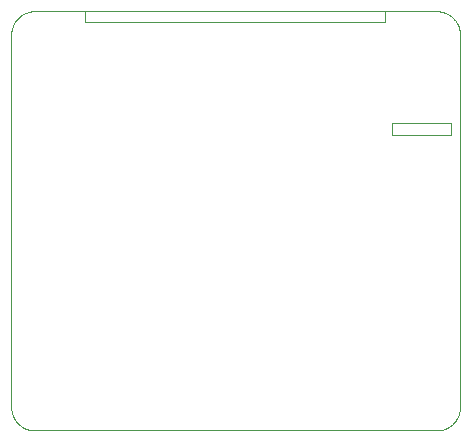
<source format=gm1>
G75*
%MOIN*%
%OFA0B0*%
%FSLAX25Y25*%
%IPPOS*%
%LPD*%
%AMOC8*
5,1,8,0,0,1.08239X$1,22.5*
%
%ADD10C,0.00000*%
D10*
X0009474Y0001600D02*
X0143332Y0001600D01*
X0143522Y0001602D01*
X0143712Y0001609D01*
X0143902Y0001621D01*
X0144092Y0001637D01*
X0144281Y0001657D01*
X0144470Y0001683D01*
X0144658Y0001712D01*
X0144845Y0001747D01*
X0145031Y0001786D01*
X0145216Y0001829D01*
X0145401Y0001877D01*
X0145584Y0001929D01*
X0145765Y0001985D01*
X0145945Y0002046D01*
X0146124Y0002112D01*
X0146301Y0002181D01*
X0146477Y0002255D01*
X0146650Y0002333D01*
X0146822Y0002416D01*
X0146991Y0002502D01*
X0147159Y0002592D01*
X0147324Y0002687D01*
X0147487Y0002785D01*
X0147647Y0002888D01*
X0147805Y0002994D01*
X0147960Y0003104D01*
X0148113Y0003217D01*
X0148263Y0003335D01*
X0148409Y0003456D01*
X0148553Y0003580D01*
X0148694Y0003708D01*
X0148832Y0003839D01*
X0148967Y0003974D01*
X0149098Y0004112D01*
X0149226Y0004253D01*
X0149350Y0004397D01*
X0149471Y0004543D01*
X0149589Y0004693D01*
X0149702Y0004846D01*
X0149812Y0005001D01*
X0149918Y0005159D01*
X0150021Y0005319D01*
X0150119Y0005482D01*
X0150214Y0005647D01*
X0150304Y0005815D01*
X0150390Y0005984D01*
X0150473Y0006156D01*
X0150551Y0006329D01*
X0150625Y0006505D01*
X0150694Y0006682D01*
X0150760Y0006861D01*
X0150821Y0007041D01*
X0150877Y0007222D01*
X0150929Y0007405D01*
X0150977Y0007590D01*
X0151020Y0007775D01*
X0151059Y0007961D01*
X0151094Y0008148D01*
X0151123Y0008336D01*
X0151149Y0008525D01*
X0151169Y0008714D01*
X0151185Y0008904D01*
X0151197Y0009094D01*
X0151204Y0009284D01*
X0151206Y0009474D01*
X0151206Y0133490D01*
X0151204Y0133680D01*
X0151197Y0133870D01*
X0151185Y0134060D01*
X0151169Y0134250D01*
X0151149Y0134439D01*
X0151123Y0134628D01*
X0151094Y0134816D01*
X0151059Y0135003D01*
X0151020Y0135189D01*
X0150977Y0135374D01*
X0150929Y0135559D01*
X0150877Y0135742D01*
X0150821Y0135923D01*
X0150760Y0136103D01*
X0150694Y0136282D01*
X0150625Y0136459D01*
X0150551Y0136635D01*
X0150473Y0136808D01*
X0150390Y0136980D01*
X0150304Y0137149D01*
X0150214Y0137317D01*
X0150119Y0137482D01*
X0150021Y0137645D01*
X0149918Y0137805D01*
X0149812Y0137963D01*
X0149702Y0138118D01*
X0149589Y0138271D01*
X0149471Y0138421D01*
X0149350Y0138567D01*
X0149226Y0138711D01*
X0149098Y0138852D01*
X0148967Y0138990D01*
X0148832Y0139125D01*
X0148694Y0139256D01*
X0148553Y0139384D01*
X0148409Y0139508D01*
X0148263Y0139629D01*
X0148113Y0139747D01*
X0147960Y0139860D01*
X0147805Y0139970D01*
X0147647Y0140076D01*
X0147487Y0140179D01*
X0147324Y0140277D01*
X0147159Y0140372D01*
X0146991Y0140462D01*
X0146822Y0140548D01*
X0146650Y0140631D01*
X0146477Y0140709D01*
X0146301Y0140783D01*
X0146124Y0140852D01*
X0145945Y0140918D01*
X0145765Y0140979D01*
X0145584Y0141035D01*
X0145401Y0141087D01*
X0145216Y0141135D01*
X0145031Y0141178D01*
X0144845Y0141217D01*
X0144658Y0141252D01*
X0144470Y0141281D01*
X0144281Y0141307D01*
X0144092Y0141327D01*
X0143902Y0141343D01*
X0143712Y0141355D01*
X0143522Y0141362D01*
X0143332Y0141364D01*
X0009474Y0141364D01*
X0009284Y0141362D01*
X0009094Y0141355D01*
X0008904Y0141343D01*
X0008714Y0141327D01*
X0008525Y0141307D01*
X0008336Y0141281D01*
X0008148Y0141252D01*
X0007961Y0141217D01*
X0007775Y0141178D01*
X0007590Y0141135D01*
X0007405Y0141087D01*
X0007222Y0141035D01*
X0007041Y0140979D01*
X0006861Y0140918D01*
X0006682Y0140852D01*
X0006505Y0140783D01*
X0006329Y0140709D01*
X0006156Y0140631D01*
X0005984Y0140548D01*
X0005815Y0140462D01*
X0005647Y0140372D01*
X0005482Y0140277D01*
X0005319Y0140179D01*
X0005159Y0140076D01*
X0005001Y0139970D01*
X0004846Y0139860D01*
X0004693Y0139747D01*
X0004543Y0139629D01*
X0004397Y0139508D01*
X0004253Y0139384D01*
X0004112Y0139256D01*
X0003974Y0139125D01*
X0003839Y0138990D01*
X0003708Y0138852D01*
X0003580Y0138711D01*
X0003456Y0138567D01*
X0003335Y0138421D01*
X0003217Y0138271D01*
X0003104Y0138118D01*
X0002994Y0137963D01*
X0002888Y0137805D01*
X0002785Y0137645D01*
X0002687Y0137482D01*
X0002592Y0137317D01*
X0002502Y0137149D01*
X0002416Y0136980D01*
X0002333Y0136808D01*
X0002255Y0136635D01*
X0002181Y0136459D01*
X0002112Y0136282D01*
X0002046Y0136103D01*
X0001985Y0135923D01*
X0001929Y0135742D01*
X0001877Y0135559D01*
X0001829Y0135374D01*
X0001786Y0135189D01*
X0001747Y0135003D01*
X0001712Y0134816D01*
X0001683Y0134628D01*
X0001657Y0134439D01*
X0001637Y0134250D01*
X0001621Y0134060D01*
X0001609Y0133870D01*
X0001602Y0133680D01*
X0001600Y0133490D01*
X0001600Y0009474D01*
X0001602Y0009284D01*
X0001609Y0009094D01*
X0001621Y0008904D01*
X0001637Y0008714D01*
X0001657Y0008525D01*
X0001683Y0008336D01*
X0001712Y0008148D01*
X0001747Y0007961D01*
X0001786Y0007775D01*
X0001829Y0007590D01*
X0001877Y0007405D01*
X0001929Y0007222D01*
X0001985Y0007041D01*
X0002046Y0006861D01*
X0002112Y0006682D01*
X0002181Y0006505D01*
X0002255Y0006329D01*
X0002333Y0006156D01*
X0002416Y0005984D01*
X0002502Y0005815D01*
X0002592Y0005647D01*
X0002687Y0005482D01*
X0002785Y0005319D01*
X0002888Y0005159D01*
X0002994Y0005001D01*
X0003104Y0004846D01*
X0003217Y0004693D01*
X0003335Y0004543D01*
X0003456Y0004397D01*
X0003580Y0004253D01*
X0003708Y0004112D01*
X0003839Y0003974D01*
X0003974Y0003839D01*
X0004112Y0003708D01*
X0004253Y0003580D01*
X0004397Y0003456D01*
X0004543Y0003335D01*
X0004693Y0003217D01*
X0004846Y0003104D01*
X0005001Y0002994D01*
X0005159Y0002888D01*
X0005319Y0002785D01*
X0005482Y0002687D01*
X0005647Y0002592D01*
X0005815Y0002502D01*
X0005984Y0002416D01*
X0006156Y0002333D01*
X0006329Y0002255D01*
X0006505Y0002181D01*
X0006682Y0002112D01*
X0006861Y0002046D01*
X0007041Y0001985D01*
X0007222Y0001929D01*
X0007405Y0001877D01*
X0007590Y0001829D01*
X0007775Y0001786D01*
X0007961Y0001747D01*
X0008148Y0001712D01*
X0008336Y0001683D01*
X0008525Y0001657D01*
X0008714Y0001637D01*
X0008904Y0001621D01*
X0009094Y0001609D01*
X0009284Y0001602D01*
X0009474Y0001600D01*
X0009284Y0001602D01*
X0009094Y0001609D01*
X0008904Y0001621D01*
X0008714Y0001637D01*
X0008525Y0001657D01*
X0008336Y0001683D01*
X0008148Y0001712D01*
X0007961Y0001747D01*
X0007775Y0001786D01*
X0007590Y0001829D01*
X0007405Y0001877D01*
X0007222Y0001929D01*
X0007041Y0001985D01*
X0006861Y0002046D01*
X0006682Y0002112D01*
X0006505Y0002181D01*
X0006329Y0002255D01*
X0006156Y0002333D01*
X0005984Y0002416D01*
X0005815Y0002502D01*
X0005647Y0002592D01*
X0005482Y0002687D01*
X0005319Y0002785D01*
X0005159Y0002888D01*
X0005001Y0002994D01*
X0004846Y0003104D01*
X0004693Y0003217D01*
X0004543Y0003335D01*
X0004397Y0003456D01*
X0004253Y0003580D01*
X0004112Y0003708D01*
X0003974Y0003839D01*
X0003839Y0003974D01*
X0003708Y0004112D01*
X0003580Y0004253D01*
X0003456Y0004397D01*
X0003335Y0004543D01*
X0003217Y0004693D01*
X0003104Y0004846D01*
X0002994Y0005001D01*
X0002888Y0005159D01*
X0002785Y0005319D01*
X0002687Y0005482D01*
X0002592Y0005647D01*
X0002502Y0005815D01*
X0002416Y0005984D01*
X0002333Y0006156D01*
X0002255Y0006329D01*
X0002181Y0006505D01*
X0002112Y0006682D01*
X0002046Y0006861D01*
X0001985Y0007041D01*
X0001929Y0007222D01*
X0001877Y0007405D01*
X0001829Y0007590D01*
X0001786Y0007775D01*
X0001747Y0007961D01*
X0001712Y0008148D01*
X0001683Y0008336D01*
X0001657Y0008525D01*
X0001637Y0008714D01*
X0001621Y0008904D01*
X0001609Y0009094D01*
X0001602Y0009284D01*
X0001600Y0009474D01*
X0128569Y0100025D02*
X0128569Y0103962D01*
X0148254Y0103962D01*
X0148254Y0100025D01*
X0128569Y0100025D01*
X0126246Y0137771D02*
X0126246Y0141521D01*
X0026246Y0141521D01*
X0026246Y0137771D01*
X0126246Y0137771D01*
X0009474Y0141364D02*
X0009284Y0141362D01*
X0009094Y0141355D01*
X0008904Y0141343D01*
X0008714Y0141327D01*
X0008525Y0141307D01*
X0008336Y0141281D01*
X0008148Y0141252D01*
X0007961Y0141217D01*
X0007775Y0141178D01*
X0007590Y0141135D01*
X0007405Y0141087D01*
X0007222Y0141035D01*
X0007041Y0140979D01*
X0006861Y0140918D01*
X0006682Y0140852D01*
X0006505Y0140783D01*
X0006329Y0140709D01*
X0006156Y0140631D01*
X0005984Y0140548D01*
X0005815Y0140462D01*
X0005647Y0140372D01*
X0005482Y0140277D01*
X0005319Y0140179D01*
X0005159Y0140076D01*
X0005001Y0139970D01*
X0004846Y0139860D01*
X0004693Y0139747D01*
X0004543Y0139629D01*
X0004397Y0139508D01*
X0004253Y0139384D01*
X0004112Y0139256D01*
X0003974Y0139125D01*
X0003839Y0138990D01*
X0003708Y0138852D01*
X0003580Y0138711D01*
X0003456Y0138567D01*
X0003335Y0138421D01*
X0003217Y0138271D01*
X0003104Y0138118D01*
X0002994Y0137963D01*
X0002888Y0137805D01*
X0002785Y0137645D01*
X0002687Y0137482D01*
X0002592Y0137317D01*
X0002502Y0137149D01*
X0002416Y0136980D01*
X0002333Y0136808D01*
X0002255Y0136635D01*
X0002181Y0136459D01*
X0002112Y0136282D01*
X0002046Y0136103D01*
X0001985Y0135923D01*
X0001929Y0135742D01*
X0001877Y0135559D01*
X0001829Y0135374D01*
X0001786Y0135189D01*
X0001747Y0135003D01*
X0001712Y0134816D01*
X0001683Y0134628D01*
X0001657Y0134439D01*
X0001637Y0134250D01*
X0001621Y0134060D01*
X0001609Y0133870D01*
X0001602Y0133680D01*
X0001600Y0133490D01*
X0143332Y0001600D02*
X0143522Y0001602D01*
X0143712Y0001609D01*
X0143902Y0001621D01*
X0144092Y0001637D01*
X0144281Y0001657D01*
X0144470Y0001683D01*
X0144658Y0001712D01*
X0144845Y0001747D01*
X0145031Y0001786D01*
X0145216Y0001829D01*
X0145401Y0001877D01*
X0145584Y0001929D01*
X0145765Y0001985D01*
X0145945Y0002046D01*
X0146124Y0002112D01*
X0146301Y0002181D01*
X0146477Y0002255D01*
X0146650Y0002333D01*
X0146822Y0002416D01*
X0146991Y0002502D01*
X0147159Y0002592D01*
X0147324Y0002687D01*
X0147487Y0002785D01*
X0147647Y0002888D01*
X0147805Y0002994D01*
X0147960Y0003104D01*
X0148113Y0003217D01*
X0148263Y0003335D01*
X0148409Y0003456D01*
X0148553Y0003580D01*
X0148694Y0003708D01*
X0148832Y0003839D01*
X0148967Y0003974D01*
X0149098Y0004112D01*
X0149226Y0004253D01*
X0149350Y0004397D01*
X0149471Y0004543D01*
X0149589Y0004693D01*
X0149702Y0004846D01*
X0149812Y0005001D01*
X0149918Y0005159D01*
X0150021Y0005319D01*
X0150119Y0005482D01*
X0150214Y0005647D01*
X0150304Y0005815D01*
X0150390Y0005984D01*
X0150473Y0006156D01*
X0150551Y0006329D01*
X0150625Y0006505D01*
X0150694Y0006682D01*
X0150760Y0006861D01*
X0150821Y0007041D01*
X0150877Y0007222D01*
X0150929Y0007405D01*
X0150977Y0007590D01*
X0151020Y0007775D01*
X0151059Y0007961D01*
X0151094Y0008148D01*
X0151123Y0008336D01*
X0151149Y0008525D01*
X0151169Y0008714D01*
X0151185Y0008904D01*
X0151197Y0009094D01*
X0151204Y0009284D01*
X0151206Y0009474D01*
M02*

</source>
